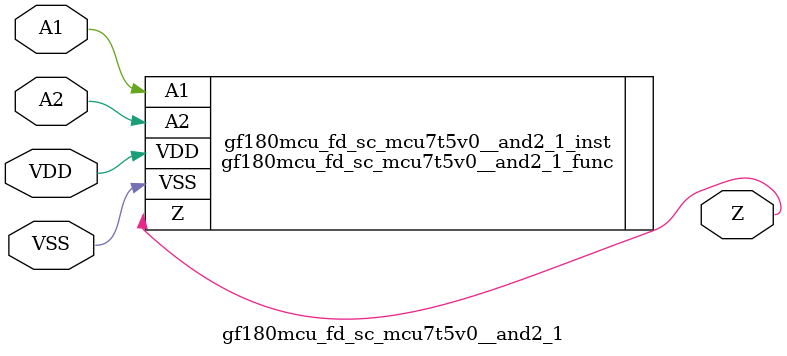
<source format=v>

module gf180mcu_fd_sc_mcu7t5v0__and2_1( A1, A2, Z, VDD, VSS );
input A1, A2;
inout VDD, VSS;
output Z;

   `ifdef FUNCTIONAL  //  functional //

	gf180mcu_fd_sc_mcu7t5v0__and2_1_func gf180mcu_fd_sc_mcu7t5v0__and2_1_behav_inst(.A1(A1),.A2(A2),.Z(Z),.VDD(VDD),.VSS(VSS));

   `else

	gf180mcu_fd_sc_mcu7t5v0__and2_1_func gf180mcu_fd_sc_mcu7t5v0__and2_1_inst(.A1(A1),.A2(A2),.Z(Z),.VDD(VDD),.VSS(VSS));

	// spec_gates_begin


	// spec_gates_end



   specify

	// specify_block_begin

	// comb arc A1 --> Z
	 (A1 => Z) = (1.0,1.0);

	// comb arc A2 --> Z
	 (A2 => Z) = (1.0,1.0);

	// specify_block_end

   endspecify

   `endif

endmodule

</source>
